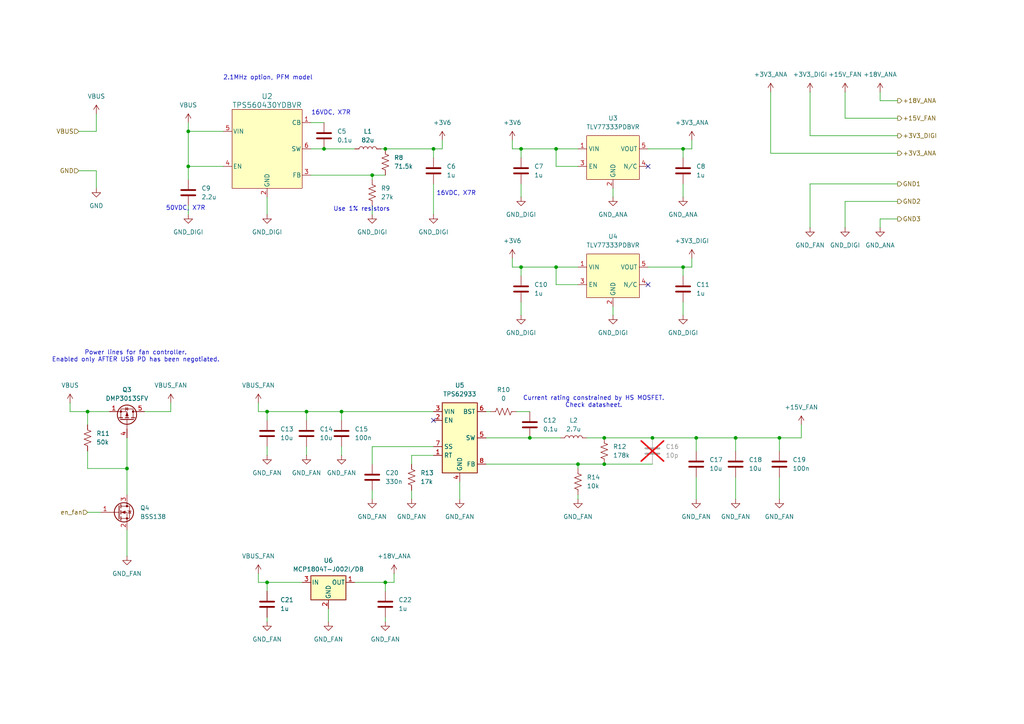
<source format=kicad_sch>
(kicad_sch (version 20231120) (generator "eeschema") (generator_version "8.0")
  (paper "A4")
  (lib_symbols
    (symbol "Device:C" (pin_numbers hide) (pin_names (offset 0.254))
      (property "Reference" "C" (at 0.635 2.54 0))
      (property "Value" "C" (at 0.635 -2.54 0))
      (symbol "C_0_1"
        (polyline (pts (xy -2.032 -0.762) (xy 2.032 -0.762)) (stroke (width 0.508)))
        (polyline (pts (xy -2.032 0.762) (xy 2.032 0.762)) (stroke (width 0.508)))
      )
      (symbol "C_1_1"
        (pin passive line (at 0 3.81 270) (length 2.794) (name "~") (number "1"))
        (pin passive line (at 0 -3.81 90) (length 2.794) (name "~") (number "2"))
      )
    )
    (symbol "Device:L" (pin_numbers hide) (pin_names (offset 1.016) hide)
      (property "Reference" "L" (at -1.27 0 90))
      (property "Value" "L" (at 1.905 0 90))
      (symbol "L_0_1"
        (arc (start 0 -2.54) (mid 0.6323 -1.905) (end 0 -1.27))
        (arc (start 0 -1.27) (mid 0.6323 -0.635) (end 0 0))
        (arc (start 0 0) (mid 0.6323 0.635) (end 0 1.27))
        (arc (start 0 1.27) (mid 0.6323 1.905) (end 0 2.54))
      )
      (symbol "L_1_1"
        (pin passive line (at 0 3.81 270) (length 1.27) (name "1") (number "1"))
        (pin passive line (at 0 -3.81 90) (length 1.27) (name "2") (number "2"))
      )
    )
    (symbol "Device:R_US" (pin_numbers hide) (pin_names (offset 0))
      (property "Reference" "R" (at 2.54 0 90))
      (property "Value" "R_US" (at -2.54 0 90))
      (symbol "R_US_0_1"
        (polyline (pts (xy 0 -2.286) (xy 0 -2.54)))
        (polyline (pts (xy 0 2.286) (xy 0 2.54)))
        (polyline (pts (xy 0 -0.762) (xy 1.016 -1.143) (xy 0 -1.524) (xy -1.016 -1.905) (xy 0 -2.286)))
        (polyline (pts (xy 0 0.762) (xy 1.016 0.381) (xy 0 0) (xy -1.016 -0.381) (xy 0 -0.762)))
        (polyline (pts (xy 0 2.286) (xy 1.016 1.905) (xy 0 1.524) (xy -1.016 1.143) (xy 0 0.762)))
      )
      (symbol "R_US_1_1"
        (pin passive line (at 0 3.81 270) (length 1.27) (name "~") (number "1"))
        (pin passive line (at 0 -3.81 90) (length 1.27) (name "~") (number "2"))
      )
    )
    (symbol "Regulator_Linear:MCP1804x-C002xDB" (pin_names (offset 0.254))
      (property "Reference" "U" (at -3.81 3.175 0))
      (property "Value" "MCP1804x-C002xDB" (at -0.635 3.175 0))
      (symbol "MCP1804x-C002xDB_0_1"
        (rectangle (start -5.08 1.905) (end 5.08 -5.08) (stroke (width 0.254)) (fill (type background)))
      )
      (symbol "MCP1804x-C002xDB_1_1"
        (pin power_out line (at 7.62 0 180) (length 2.54) (name "OUT") (number "1"))
        (pin power_in line (at 0 -7.62 90) (length 2.54) (name "GND") (number "2"))
        (pin power_in line (at -7.62 0 0) (length 2.54) (name "IN") (number "3"))
      )
    )
    (symbol "Regulator_Switching:TPS62933"
      (property "Reference" "U" (at 0 13.97 0))
      (property "Value" "TPS62933" (at 0 11.43 0))
      (symbol "TPS62933_0_1"
        (rectangle (start -5.08 10.16) (end 5.08 -10.16) (stroke (width 0.254)) (fill (type background)))
      )
      (symbol "TPS62933_1_1"
        (pin passive line (at -7.62 -5.08 0) (length 2.54) (name "RT") (number "1"))
        (pin input line (at -7.62 5.08 0) (length 2.54) (name "EN") (number "2"))
        (pin power_in line (at -7.62 7.62 0) (length 2.54) (name "VIN") (number "3"))
        (pin power_in line (at 0 -12.7 90) (length 2.54) (name "GND") (number "4"))
        (pin output line (at 7.62 0 180) (length 2.54) (name "SW") (number "5"))
        (pin passive line (at 7.62 7.62 180) (length 2.54) (name "BST") (number "6"))
        (pin passive line (at -7.62 -2.54 0) (length 2.54) (name "SS") (number "7"))
        (pin input line (at 7.62 -7.62 180) (length 2.54) (name "FB") (number "8"))
      )
    )
    (symbol "Transistor_FET:BSS138" (pin_names hide)
      (property "Reference" "Q" (at 5.08 1.905 0))
      (property "Value" "BSS138" (at 5.08 0 0))
      (symbol "BSS138_0_1"
        (polyline (pts (xy 0.254 0) (xy -2.54 0)))
        (polyline (pts (xy 0.254 1.905) (xy 0.254 -1.905)) (stroke (width 0.254)))
        (polyline (pts (xy 0.762 -1.27) (xy 0.762 -2.286)) (stroke (width 0.254)))
        (polyline (pts (xy 0.762 0.508) (xy 0.762 -0.508)) (stroke (width 0.254)))
        (polyline (pts (xy 0.762 2.286) (xy 0.762 1.27)) (stroke (width 0.254)))
        (polyline (pts (xy 2.54 2.54) (xy 2.54 1.778)))
        (polyline (pts (xy 2.54 -2.54) (xy 2.54 0) (xy 0.762 0)))
        (polyline (pts (xy 0.762 -1.778) (xy 3.302 -1.778) (xy 3.302 1.778) (xy 0.762 1.778)))
        (polyline (pts (xy 1.016 0) (xy 2.032 0.381) (xy 2.032 -0.381) (xy 1.016 0)) (fill (type outline)))
        (polyline (pts (xy 2.794 0.508) (xy 2.921 0.381) (xy 3.683 0.381) (xy 3.81 0.254)))
        (polyline (pts (xy 3.302 0.381) (xy 2.921 -0.254) (xy 3.683 -0.254) (xy 3.302 0.381)))
        (circle (center 1.651 0) (radius 2.794) (stroke (width 0.254)))
        (circle (center 2.54 -1.778) (radius 0.254) (fill (type outline)))
        (circle (center 2.54 1.778) (radius 0.254) (fill (type outline)))
      )
      (symbol "BSS138_1_1"
        (pin input line (at -5.08 0 0) (length 2.54) (name "G") (number "1"))
        (pin passive line (at 2.54 -5.08 90) (length 2.54) (name "S") (number "2"))
        (pin passive line (at 2.54 5.08 270) (length 2.54) (name "D") (number "3"))
      )
    )
    (symbol "Transistor_FET:DMP3013SFV" (pin_names hide)
      (property "Reference" "Q" (at 5.08 1.905 0))
      (property "Value" "DMP3013SFV" (at 5.08 0 0))
      (symbol "DMP3013SFV_0_1"
        (polyline (pts (xy 0.254 0) (xy -2.54 0)))
        (polyline (pts (xy 0.254 1.905) (xy 0.254 -1.905)) (stroke (width 0.254)))
        (polyline (pts (xy 0.762 -1.27) (xy 0.762 -2.286)) (stroke (width 0.254)))
        (polyline (pts (xy 0.762 0.508) (xy 0.762 -0.508)) (stroke (width 0.254)))
        (polyline (pts (xy 0.762 2.286) (xy 0.762 1.27)) (stroke (width 0.254)))
        (polyline (pts (xy 2.54 2.54) (xy 2.54 1.778)))
        (polyline (pts (xy 2.54 -2.54) (xy 2.54 0) (xy 0.762 0)))
        (polyline (pts (xy 0.762 1.778) (xy 3.302 1.778) (xy 3.302 -1.778) (xy 0.762 -1.778)))
        (polyline (pts (xy 2.286 0) (xy 1.27 0.381) (xy 1.27 -0.381) (xy 2.286 0)) (fill (type outline)))
        (polyline (pts (xy 2.794 -0.508) (xy 2.921 -0.381) (xy 3.683 -0.381) (xy 3.81 -0.254)))
        (polyline (pts (xy 3.302 -0.381) (xy 2.921 0.254) (xy 3.683 0.254) (xy 3.302 -0.381)))
        (circle (center 1.651 0) (radius 2.794) (stroke (width 0.254)))
        (circle (center 2.54 -1.778) (radius 0.254) (fill (type outline)))
        (circle (center 2.54 1.778) (radius 0.254) (fill (type outline)))
      )
      (symbol "DMP3013SFV_1_1"
        (pin passive line (at 2.54 -5.08 90) (length 2.54) (name "S") (number "1"))
        (pin passive line (at 2.54 -5.08 90) (length 2.54) hide (name "S") (number "2"))
        (pin passive line (at 2.54 -5.08 90) (length 2.54) hide (name "S") (number "3"))
        (pin passive line (at -5.08 0 0) (length 2.54) (name "G") (number "4"))
        (pin passive line (at 2.54 5.08 270) (length 2.54) (name "D") (number "5"))
      )
    )
    (symbol "power:+3V3" (power) (pin_numbers hide) (pin_names (offset 0) hide)
      (property "Value" "+3V3" (at 0 3.556 0))
      (symbol "+3V3_0_1"
        (polyline (pts (xy -0.762 1.27) (xy 0 2.54)))
        (polyline (pts (xy 0 0) (xy 0 2.54)))
        (polyline (pts (xy 0 2.54) (xy 0.762 1.27)))
      )
      (symbol "+3V3_1_1"
        (pin power_in line (at 0 0 90) (length 0) (name "~") (number "1"))
      )
    )
    (symbol "power:GND" (power) (pin_numbers hide) (pin_names (offset 0) hide)
      (property "Value" "GND" (at 0 -3.81 0))
      (symbol "GND_0_1"
        (polyline (pts (xy 0 0) (xy 0 -1.27) (xy 1.27 -1.27) (xy 0 -2.54) (xy -1.27 -1.27) (xy 0 -1.27)))
      )
      (symbol "GND_1_1"
        (pin power_in line (at 0 0 270) (length 0) (name "~") (number "1"))
      )
    )
    (symbol "power:GND2" (power) (pin_numbers hide) (pin_names (offset 0) hide)
      (property "Value" "GND2" (at 0 -3.81 0))
      (symbol "GND2_0_1"
        (polyline (pts (xy 0 0) (xy 0 -1.27) (xy 1.27 -1.27) (xy 0 -2.54) (xy -1.27 -1.27) (xy 0 -1.27)))
      )
      (symbol "GND2_1_1"
        (pin power_in line (at 0 0 270) (length 0) (name "~") (number "1"))
      )
    )
    (symbol "power:VBUS" (power) (pin_numbers hide) (pin_names (offset 0) hide)
      (property "Value" "VBUS" (at 0 3.556 0))
      (symbol "VBUS_0_1"
        (polyline (pts (xy -0.762 1.27) (xy 0 2.54)))
        (polyline (pts (xy 0 0) (xy 0 2.54)))
        (polyline (pts (xy 0 2.54) (xy 0.762 1.27)))
      )
      (symbol "VBUS_1_1"
        (pin power_in line (at 0 0 90) (length 0) (name "~") (number "1"))
      )
    )
    (symbol "proj_symbols:TLV77333PDBVR"
      (property "Reference" "U" (at 0 9.398 0))
      (property "Value" "TLV77333PDBVR" (at 0 7.62 0))
      (symbol "TLV77333PDBVR_1_1"
        (rectangle (start -7.62 6.35) (end 7.62 -6.35) (fill (type background)))
        (pin input line (at -10.16 2.54 0) (length 2.54) (name "VIN") (number "1"))
        (pin power_in line (at 0 -8.89 90) (length 2.54) (name "GND") (number "2"))
        (pin input line (at -10.16 -2.54 0) (length 2.54) (name "EN") (number "3"))
        (pin output line (at 10.16 -2.54 180) (length 2.54) (name "N/C") (number "4"))
        (pin power_out line (at 10.16 2.54 180) (length 2.54) (name "VOUT") (number "5"))
      )
    )
    (symbol "proj_symbols:TPS560430YDBVR" (pin_names (offset 0.254))
      (property "Reference" "U2" (at 0 15.24 0))
      (property "Value" "TPS560430YDBVR" (at 0 12.7 0))
      (symbol "TPS560430YDBVR_0_1"
        (pin input line (at 12.7 7.62 180) (length 2.54) (name "CB") (number "1"))
        (pin power_in line (at 0 -13.97 90) (length 2.54) (name "GND") (number "2"))
        (pin input line (at 12.7 -7.62 180) (length 2.54) (name "FB") (number "3"))
        (pin input line (at -12.7 -5.08 0) (length 2.54) (name "EN") (number "4"))
        (pin power_in line (at -12.7 5.08 0) (length 2.54) (name "VIN") (number "5"))
        (pin power_out line (at 12.7 0 180) (length 2.54) (name "SW") (number "6"))
      )
      (symbol "TPS560430YDBVR_1_1"
        (rectangle (start -10.16 11.43) (end 10.16 -11.43) (fill (type background)))
      )
    )
  )
  (junction (at 125.73 43.18))
  (junction (at 151.13 77.47))
  (junction (at 99.06 119.38))
  (junction (at 54.61 38.1))
  (junction (at 153.67 127))
  (junction (at 161.29 77.47))
  (junction (at 167.64 134.62))
  (junction (at 213.36 127))
  (junction (at 111.76 43.18))
  (junction (at 151.13 43.18))
  (junction (at 226.06 127))
  (junction (at 161.29 43.18))
  (junction (at 198.12 43.18))
  (junction (at 189.23 127))
  (junction (at 25.4 119.38))
  (junction (at 201.93 127))
  (junction (at 36.83 135.89))
  (junction (at 175.26 134.62))
  (junction (at 198.12 77.47))
  (junction (at 88.9 119.38))
  (junction (at 107.95 50.8))
  (junction (at 111.76 168.91))
  (junction (at 77.47 168.91))
  (junction (at 54.61 48.26))
  (junction (at 77.47 119.38))
  (junction (at 93.98 43.18))
  (junction (at 175.26 127))
  (no_connect (at 125.73 121.92))
  (no_connect (at 187.96 82.55))
  (no_connect (at 187.96 48.26))
  (wire (pts (xy 234.95 53.34) (xy 260.35 53.34)))
  (wire (pts (xy 107.95 142.24) (xy 107.95 144.78)))
  (wire (pts (xy 148.59 74.93) (xy 148.59 77.47)))
  (wire (pts (xy 153.67 127) (xy 162.56 127)))
  (wire (pts (xy 198.12 77.47) (xy 198.12 80.01)))
  (wire (pts (xy 200.66 74.93) (xy 200.66 77.47)))
  (wire (pts (xy 234.95 39.37) (xy 234.95 26.67)))
  (wire (pts (xy 201.93 127) (xy 213.36 127)))
  (wire (pts (xy 54.61 48.26) (xy 54.61 52.07)))
  (wire (pts (xy 198.12 87.63) (xy 198.12 91.44)))
  (wire (pts (xy 260.35 63.5) (xy 255.27 63.5)))
  (wire (pts (xy 177.8 88.9) (xy 177.8 91.44)))
  (wire (pts (xy 213.36 127) (xy 213.36 130.81)))
  (wire (pts (xy 119.38 142.24) (xy 119.38 144.78)))
  (wire (pts (xy 22.86 49.53) (xy 27.94 49.53)))
  (wire (pts (xy 110.49 43.18) (xy 111.76 43.18)))
  (wire (pts (xy 140.97 127) (xy 153.67 127)))
  (wire (pts (xy 151.13 53.34) (xy 151.13 57.15)))
  (wire (pts (xy 255.27 63.5) (xy 255.27 66.04)))
  (wire (pts (xy 223.52 44.45) (xy 260.35 44.45)))
  (wire (pts (xy 27.94 33.02) (xy 27.94 38.1)))
  (wire (pts (xy 102.87 168.91) (xy 111.76 168.91)))
  (wire (pts (xy 77.47 119.38) (xy 77.47 121.92)))
  (wire (pts (xy 25.4 119.38) (xy 31.75 119.38)))
  (wire (pts (xy 77.47 129.54) (xy 77.47 132.08)))
  (wire (pts (xy 125.73 43.18) (xy 125.73 45.72)))
  (wire (pts (xy 226.06 127) (xy 226.06 130.81)))
  (wire (pts (xy 74.93 166.37) (xy 74.93 168.91)))
  (wire (pts (xy 88.9 129.54) (xy 88.9 132.08)))
  (wire (pts (xy 54.61 59.69) (xy 54.61 62.23)))
  (wire (pts (xy 25.4 119.38) (xy 25.4 123.19)))
  (wire (pts (xy 107.95 59.69) (xy 107.95 62.23)))
  (wire (pts (xy 111.76 179.07) (xy 111.76 180.34)))
  (wire (pts (xy 95.25 176.53) (xy 95.25 180.34)))
  (wire (pts (xy 36.83 135.89) (xy 36.83 143.51)))
  (wire (pts (xy 245.11 58.42) (xy 245.11 66.04)))
  (wire (pts (xy 161.29 77.47) (xy 167.64 77.47)))
  (wire (pts (xy 111.76 168.91) (xy 111.76 171.45)))
  (wire (pts (xy 245.11 34.29) (xy 260.35 34.29)))
  (wire (pts (xy 99.06 119.38) (xy 125.73 119.38)))
  (wire (pts (xy 49.53 116.84) (xy 49.53 119.38)))
  (wire (pts (xy 77.47 119.38) (xy 88.9 119.38)))
  (wire (pts (xy 151.13 43.18) (xy 161.29 43.18)))
  (wire (pts (xy 161.29 77.47) (xy 161.29 82.55)))
  (wire (pts (xy 125.73 129.54) (xy 107.95 129.54)))
  (wire (pts (xy 54.61 38.1) (xy 54.61 48.26)))
  (wire (pts (xy 99.06 129.54) (xy 99.06 132.08)))
  (wire (pts (xy 167.64 134.62) (xy 175.26 134.62)))
  (wire (pts (xy 151.13 45.72) (xy 151.13 43.18)))
  (wire (pts (xy 107.95 50.8) (xy 111.76 50.8)))
  (wire (pts (xy 74.93 168.91) (xy 77.47 168.91)))
  (wire (pts (xy 114.3 166.37) (xy 114.3 168.91)))
  (wire (pts (xy 90.17 35.56) (xy 93.98 35.56)))
  (wire (pts (xy 149.86 119.38) (xy 153.67 119.38)))
  (wire (pts (xy 107.95 50.8) (xy 107.95 52.07)))
  (wire (pts (xy 111.76 43.18) (xy 125.73 43.18)))
  (wire (pts (xy 151.13 87.63) (xy 151.13 91.44)))
  (wire (pts (xy 77.47 57.15) (xy 77.47 62.23)))
  (wire (pts (xy 99.06 119.38) (xy 99.06 121.92)))
  (wire (pts (xy 119.38 132.08) (xy 119.38 134.62)))
  (wire (pts (xy 167.64 143.51) (xy 167.64 144.78)))
  (wire (pts (xy 20.32 119.38) (xy 25.4 119.38)))
  (wire (pts (xy 255.27 26.67) (xy 255.27 29.21)))
  (wire (pts (xy 148.59 40.64) (xy 148.59 43.18)))
  (wire (pts (xy 88.9 119.38) (xy 99.06 119.38)))
  (wire (pts (xy 36.83 127) (xy 36.83 135.89)))
  (wire (pts (xy 226.06 138.43) (xy 226.06 144.78)))
  (wire (pts (xy 88.9 119.38) (xy 88.9 121.92)))
  (wire (pts (xy 213.36 127) (xy 226.06 127)))
  (wire (pts (xy 260.35 39.37) (xy 234.95 39.37)))
  (wire (pts (xy 140.97 119.38) (xy 142.24 119.38)))
  (wire (pts (xy 128.27 40.64) (xy 128.27 43.18)))
  (wire (pts (xy 167.64 82.55) (xy 161.29 82.55)))
  (wire (pts (xy 200.66 77.47) (xy 198.12 77.47)))
  (wire (pts (xy 93.98 43.18) (xy 102.87 43.18)))
  (wire (pts (xy 22.86 38.1) (xy 27.94 38.1)))
  (wire (pts (xy 255.27 29.21) (xy 260.35 29.21)))
  (wire (pts (xy 167.64 48.26) (xy 161.29 48.26)))
  (wire (pts (xy 114.3 168.91) (xy 111.76 168.91)))
  (wire (pts (xy 151.13 77.47) (xy 161.29 77.47)))
  (wire (pts (xy 74.93 116.84) (xy 74.93 119.38)))
  (wire (pts (xy 187.96 77.47) (xy 198.12 77.47)))
  (wire (pts (xy 64.77 48.26) (xy 54.61 48.26)))
  (wire (pts (xy 36.83 153.67) (xy 36.83 161.29)))
  (wire (pts (xy 74.93 119.38) (xy 77.47 119.38)))
  (wire (pts (xy 167.64 134.62) (xy 167.64 135.89)))
  (wire (pts (xy 189.23 127) (xy 201.93 127)))
  (wire (pts (xy 125.73 43.18) (xy 128.27 43.18)))
  (wire (pts (xy 161.29 43.18) (xy 167.64 43.18)))
  (wire (pts (xy 90.17 43.18) (xy 93.98 43.18)))
  (wire (pts (xy 223.52 26.67) (xy 223.52 44.45)))
  (wire (pts (xy 260.35 58.42) (xy 245.11 58.42)))
  (wire (pts (xy 234.95 53.34) (xy 234.95 66.04)))
  (wire (pts (xy 213.36 138.43) (xy 213.36 144.78)))
  (wire (pts (xy 198.12 53.34) (xy 198.12 57.15)))
  (wire (pts (xy 20.32 116.84) (xy 20.32 119.38)))
  (wire (pts (xy 200.66 40.64) (xy 200.66 43.18)))
  (wire (pts (xy 87.63 168.91) (xy 77.47 168.91)))
  (wire (pts (xy 77.47 179.07) (xy 77.47 180.34)))
  (wire (pts (xy 54.61 35.56) (xy 54.61 38.1)))
  (wire (pts (xy 25.4 135.89) (xy 36.83 135.89)))
  (wire (pts (xy 25.4 148.59) (xy 29.21 148.59)))
  (wire (pts (xy 90.17 50.8) (xy 107.95 50.8)))
  (wire (pts (xy 148.59 77.47) (xy 151.13 77.47)))
  (wire (pts (xy 107.95 129.54) (xy 107.95 134.62)))
  (wire (pts (xy 175.26 134.62) (xy 189.23 134.62)))
  (wire (pts (xy 232.41 123.19) (xy 232.41 127)))
  (wire (pts (xy 201.93 138.43) (xy 201.93 144.78)))
  (wire (pts (xy 245.11 26.67) (xy 245.11 34.29)))
  (wire (pts (xy 161.29 43.18) (xy 161.29 48.26)))
  (wire (pts (xy 175.26 127) (xy 189.23 127)))
  (wire (pts (xy 187.96 43.18) (xy 198.12 43.18)))
  (wire (pts (xy 125.73 132.08) (xy 119.38 132.08)))
  (wire (pts (xy 201.93 127) (xy 201.93 130.81)))
  (wire (pts (xy 226.06 127) (xy 232.41 127)))
  (wire (pts (xy 148.59 43.18) (xy 151.13 43.18)))
  (wire (pts (xy 140.97 134.62) (xy 167.64 134.62)))
  (wire (pts (xy 198.12 43.18) (xy 198.12 45.72)))
  (wire (pts (xy 170.18 127) (xy 175.26 127)))
  (wire (pts (xy 77.47 168.91) (xy 77.47 171.45)))
  (wire (pts (xy 41.91 119.38) (xy 49.53 119.38)))
  (wire (pts (xy 133.35 139.7) (xy 133.35 144.78)))
  (wire (pts (xy 27.94 49.53) (xy 27.94 54.61)))
  (wire (pts (xy 151.13 77.47) (xy 151.13 80.01)))
  (wire (pts (xy 177.8 54.61) (xy 177.8 57.15)))
  (wire (pts (xy 125.73 53.34) (xy 125.73 62.23)))
  (wire (pts (xy 25.4 130.81) (xy 25.4 135.89)))
  (wire (pts (xy 54.61 38.1) (xy 64.77 38.1)))
  (wire (pts (xy 200.66 43.18) (xy 198.12 43.18)))
  (text "50VDC, X7R" (at 53.848 60.452 0) (effects (font (size 1.27 1.27))))
  (text "Use 1% resistors" (at 104.902 60.706 0) (effects (font (size 1.27 1.27))))
  (text "16VDC, X7R" (at 132.334 56.134 0) (effects (font (size 1.27 1.27))))
  (text "2.1MHz option, PFM model" (at 77.724 22.606 0) (effects (font (size 1.27 1.27))))
  (text "16VDC, X7R" (at 96.012 32.766 0) (effects (font (size 1.27 1.27))))
  (text "Current rating constrained by HS MOSFET.\nCheck datasheet." (at 172.212 116.586 0) (effects (font (size 1.27 1.27))))
  (text "Power lines for fan controller.\nEnabled only AFTER USB PD has been negotiated." (at 39.37 103.378 0) (effects (font (size 1.27 1.27))))
  (hierarchical_label "GND2" (shape output) (at 260.35 58.42 0))
  (hierarchical_label "+3V3_ANA" (shape output) (at 260.35 44.45 0))
  (hierarchical_label "+3V3_DIGI" (shape output) (at 260.35 39.37 0))
  (hierarchical_label "+15V_FAN" (shape output) (at 260.35 34.29 0))
  (hierarchical_label "GND" (shape input) (at 22.86 49.53 180))
  (hierarchical_label "+18V_ANA" (shape output) (at 260.35 29.21 0))
  (hierarchical_label "VBUS" (shape input) (at 22.86 38.1 180))
  (hierarchical_label "GND1" (shape output) (at 260.35 53.34 0))
  (hierarchical_label "en_fan" (shape input) (at 25.4 148.59 180))
  (hierarchical_label "GND3" (shape output) (at 260.35 63.5 0))
  (symbol (lib_id "proj_symbols:TLV77333PDBVR") (at 177.8 80.01 0) (unit 1)
    (property "Reference" "U4" (at 177.8 68.58 0))
    (property "Value" "TLV77333PDBVR" (at 177.8 71.12 0))
    (property "Footprint" "Package_TO_SOT_SMD:SOT-23-5_HandSoldering" (effects (hide yes)))
  )
  (symbol (lib_id "power:GND2") (at 151.13 57.15 0) (unit 1)
    (property "Reference" "#PWR047" (effects (hide yes)))
    (property "Value" "GND_DIGI" (at 151.13 62.23 0))
    (property "Description" "Power symbol creates a global label with name \"GND2\" , ground" (effects (hide yes)))
  )
  (symbol (lib_id "Device:R_US") (at 167.64 139.7 0) (unit 1)
    (property "Reference" "R14" (at 170.18 138.4299 0) (effects (justify left)))
    (property "Value" "10k" (at 170.18 140.9699 0) (effects (justify left)))
    (property "Footprint" "Resistor_SMD:R_0603_1608Metric_Pad0.98x0.95mm_HandSolder" (effects (hide yes)))
    (property "Description" "Resistor, US symbol" (effects (hide yes)))
  )
  (symbol (lib_id "power:+3V3") (at 148.59 74.93 0) (unit 1)
    (property "Reference" "#PWR057" (effects (hide yes)))
    (property "Value" "+3V6" (at 148.59 69.85 0))
    (property "Description" "Power symbol creates a global label with name \"+3V3\"" (effects (hide yes)))
  )
  (symbol (lib_id "Device:C") (at 189.23 130.81 180) (unit 1) (dnp yes)
    (property "Reference" "C16" (at 193.04 129.5399 0) (effects (justify right)))
    (property "Value" "10p" (at 193.04 132.0799 0) (effects (justify right)))
    (property "Footprint" "Capacitor_SMD:C_0603_1608Metric_Pad1.08x0.95mm_HandSolder" (effects (hide yes)))
    (property "Description" "Unpolarized capacitor" (effects (hide yes)))
  )
  (symbol (lib_id "Device:C") (at 151.13 83.82 180) (unit 1)
    (property "Reference" "C10" (at 154.94 82.5499 0) (effects (justify right)))
    (property "Value" "1u" (at 154.94 85.0899 0) (effects (justify right)))
    (property "Footprint" "Capacitor_SMD:C_0603_1608Metric_Pad1.08x0.95mm_HandSolder" (effects (hide yes)))
    (property "Description" "Unpolarized capacitor" (effects (hide yes)))
  )
  (symbol (lib_id "power:GND2") (at 198.12 57.15 0) (unit 1)
    (property "Reference" "#PWR049" (effects (hide yes)))
    (property "Value" "GND_ANA" (at 198.12 62.23 0))
    (property "Description" "Power symbol creates a global label with name \"GND2\" , ground" (effects (hide yes)))
  )
  (symbol (lib_id "power:VBUS") (at 245.11 26.67 0) (unit 1)
    (property "Reference" "#PWR039" (effects (hide yes)))
    (property "Value" "+15V_FAN" (at 245.11 21.59 0))
    (property "Description" "Power symbol creates a global label with name \"VBUS\"" (effects (hide yes)))
  )
  (symbol (lib_id "Transistor_FET:DMP3013SFV") (at 36.83 121.92 270) (mirror x) (unit 1)
    (property "Reference" "Q3" (at 36.83 113.03 90))
    (property "Value" "DMP3013SFV" (at 36.83 115.57 90))
    (property "Footprint" "Package_SON:Diodes_PowerDI3333-8" (effects (hide yes)))
    (property "Datasheet" "https://www.diodes.com/assets/Datasheets/DMP3013SFV.pdf" (effects (hide yes)))
    (property "Description" "-12A Id, -30V Vds, P-Channel Power MOSFET, 9.5mOhm Ron, 33.7nC Qg (typ), PowerDI3333-8" (effects (hide yes)))
  )
  (symbol (lib_id "power:VBUS") (at 20.32 116.84 0) (unit 1)
    (property "Reference" "#PWR062" (effects (hide yes)))
    (property "Value" "VBUS" (at 20.32 111.76 0))
    (property "Description" "Power symbol creates a global label with name \"VBUS\"" (effects (hide yes)))
  )
  (symbol (lib_id "power:GND2") (at 107.95 62.23 0) (unit 1)
    (property "Reference" "#PWR052" (effects (hide yes)))
    (property "Value" "GND_DIGI" (at 107.95 67.31 0))
    (property "Description" "Power symbol creates a global label with name \"GND2\" , ground" (effects (hide yes)))
  )
  (symbol (lib_id "power:+3V3") (at 148.59 40.64 0) (unit 1)
    (property "Reference" "#PWR044" (effects (hide yes)))
    (property "Value" "+3V6" (at 148.59 35.56 0))
    (property "Description" "Power symbol creates a global label with name \"+3V3\"" (effects (hide yes)))
  )
  (symbol (lib_id "power:VBUS") (at 234.95 26.67 0) (unit 1)
    (property "Reference" "#PWR038" (effects (hide yes)))
    (property "Value" "+3V3_DIGI" (at 234.95 21.59 0))
    (property "Description" "Power symbol creates a global label with name \"VBUS\"" (effects (hide yes)))
  )
  (symbol (lib_id "power:GND2") (at 111.76 180.34 0) (unit 1)
    (property "Reference" "#PWR081" (effects (hide yes)))
    (property "Value" "GND_FAN" (at 111.76 185.42 0))
    (property "Description" "Power symbol creates a global label with name \"GND2\" , ground" (effects (hide yes)))
  )
  (symbol (lib_id "power:VBUS") (at 200.66 74.93 0) (unit 1)
    (property "Reference" "#PWR058" (effects (hide yes)))
    (property "Value" "+3V3_DIGI" (at 200.66 69.85 0))
    (property "Description" "Power symbol creates a global label with name \"VBUS\"" (effects (hide yes)))
  )
  (symbol (lib_id "power:VBUS") (at 200.66 40.64 0) (unit 1)
    (property "Reference" "#PWR045" (effects (hide yes)))
    (property "Value" "+3V3_ANA" (at 200.66 35.56 0))
    (property "Description" "Power symbol creates a global label with name \"VBUS\"" (effects (hide yes)))
  )
  (symbol (lib_id "Device:L") (at 106.68 43.18 90) (unit 1)
    (property "Reference" "L1" (at 106.68 38.1 90))
    (property "Value" "82u" (at 106.68 40.64 90))
    (property "Footprint" "proj_footprints:EATON_DR125" (effects (hide yes)))
    (property "Description" "INDUCTOR: DR125-820-R" (effects (hide yes)))
  )
  (symbol (lib_id "power:GND2") (at 177.8 57.15 0) (unit 1)
    (property "Reference" "#PWR048" (effects (hide yes)))
    (property "Value" "GND_ANA" (at 177.8 62.23 0))
    (property "Description" "Power symbol creates a global label with name \"GND2\" , ground" (effects (hide yes)))
  )
  (symbol (lib_id "power:GND2") (at 77.47 180.34 0) (unit 1)
    (property "Reference" "#PWR079" (effects (hide yes)))
    (property "Value" "GND_FAN" (at 77.47 185.42 0))
    (property "Description" "Power symbol creates a global label with name \"GND2\" , ground" (effects (hide yes)))
  )
  (symbol (lib_id "power:GND") (at 27.94 54.61 0) (unit 1)
    (property "Reference" "#PWR046" (effects (hide yes)))
    (property "Value" "GND" (at 27.94 59.69 0))
    (property "Description" "Power symbol creates a global label with name \"GND\" , ground" (effects (hide yes)))
  )
  (symbol (lib_id "Device:C") (at 151.13 49.53 180) (unit 1)
    (property "Reference" "C7" (at 154.94 48.2599 0) (effects (justify right)))
    (property "Value" "1u" (at 154.94 50.7999 0) (effects (justify right)))
    (property "Footprint" "Capacitor_SMD:C_0603_1608Metric_Pad1.08x0.95mm_HandSolder" (effects (hide yes)))
    (property "Description" "Unpolarized capacitor" (effects (hide yes)))
  )
  (symbol (lib_id "Device:C") (at 54.61 55.88 180) (unit 1)
    (property "Reference" "C9" (at 58.42 54.6099 0) (effects (justify right)))
    (property "Value" "2.2u" (at 58.42 57.1499 0) (effects (justify right)))
    (property "Footprint" "Capacitor_SMD:C_0603_1608Metric_Pad1.08x0.95mm_HandSolder" (effects (hide yes)))
    (property "Description" "Unpolarized capacitor" (effects (hide yes)))
  )
  (symbol (lib_id "proj_symbols:TPS560430YDBVR") (at 77.47 43.18 0) (unit 1)
    (property "Reference" "U2" (at 77.47 27.94 0) (effects (font (size 1.524 1.524))))
    (property "Value" "TPS560430YDBVR" (at 77.47 30.48 0) (effects (font (size 1.524 1.524))))
    (property "Footprint" "Package_TO_SOT_SMD:SOT-23-6_Handsoldering" (effects (hide yes)))
    (property "Datasheet" "TPS560430YDBVR" (effects (hide yes)))
  )
  (symbol (lib_id "power:VBUS") (at 49.53 116.84 0) (unit 1)
    (property "Reference" "#PWR063" (effects (hide yes)))
    (property "Value" "VBUS_FAN" (at 49.53 111.76 0))
    (property "Description" "Power symbol creates a global label with name \"VBUS\"" (effects (hide yes)))
  )
  (symbol (lib_id "Device:R_US") (at 175.26 130.81 0) (unit 1)
    (property "Reference" "R12" (at 177.8 129.5399 0) (effects (justify left)))
    (property "Value" "178k" (at 177.8 132.0799 0) (effects (justify left)))
    (property "Footprint" "Resistor_SMD:R_0603_1608Metric_Pad0.98x0.95mm_HandSolder" (effects (hide yes)))
    (property "Description" "Resistor, US symbol" (effects (hide yes)))
  )
  (symbol (lib_id "Device:C") (at 125.73 49.53 180) (unit 1)
    (property "Reference" "C6" (at 129.54 48.2599 0) (effects (justify right)))
    (property "Value" "1u" (at 129.54 50.7999 0) (effects (justify right)))
    (property "Footprint" "Capacitor_SMD:C_0603_1608Metric_Pad1.08x0.95mm_HandSolder" (effects (hide yes)))
    (property "Description" "Unpolarized capacitor" (effects (hide yes)))
  )
  (symbol (lib_id "Regulator_Linear:MCP1804x-C002xDB") (at 95.25 168.91 0) (unit 1)
    (property "Reference" "U6" (at 95.25 162.56 0))
    (property "Value" "MCP1804T-J002I/DB" (at 95.25 165.1 0))
    (property "Footprint" "Package_TO_SOT_SMD:SOT-223-3_TabPin2" (effects (hide yes)))
    (property "Datasheet" "http://ww1.microchip.com/downloads/en/DeviceDoc/20002200D.pdf" (effects (hide yes)))
    (property "Description" "150mA, 28V LDO Regulator With Shutdown, 12.0V Fixed Output, SOT-223" (effects (hide yes)))
  )
  (symbol (lib_id "power:VBUS") (at 74.93 166.37 0) (unit 1)
    (property "Reference" "#PWR077" (effects (hide yes)))
    (property "Value" "VBUS_FAN" (at 74.93 161.29 0))
    (property "Description" "Power symbol creates a global label with name \"VBUS\"" (effects (hide yes)))
  )
  (symbol (lib_id "Device:R_US") (at 146.05 119.38 90) (unit 1)
    (property "Reference" "R10" (at 146.05 113.03 90))
    (property "Value" "0" (at 146.05 115.57 90))
    (property "Footprint" "Resistor_SMD:R_0603_1608Metric_Pad0.98x0.95mm_HandSolder" (effects (hide yes)))
    (property "Description" "Resistor, US symbol" (effects (hide yes)))
  )
  (symbol (lib_id "Device:C") (at 226.06 134.62 180) (unit 1)
    (property "Reference" "C19" (at 229.87 133.3499 0) (effects (justify right)))
    (property "Value" "100n" (at 229.87 135.8899 0) (effects (justify right)))
    (property "Footprint" "Capacitor_SMD:C_0603_1608Metric_Pad1.08x0.95mm_HandSolder" (effects (hide yes)))
    (property "Description" "Unpolarized capacitor" (effects (hide yes)))
  )
  (symbol (lib_id "power:GND2") (at 213.36 144.78 0) (unit 1)
    (property "Reference" "#PWR074" (effects (hide yes)))
    (property "Value" "GND_FAN" (at 213.36 149.86 0))
    (property "Description" "Power symbol creates a global label with name \"GND2\" , ground" (effects (hide yes)))
  )
  (symbol (lib_id "power:VBUS") (at 223.52 26.67 0) (unit 1)
    (property "Reference" "#PWR037" (effects (hide yes)))
    (property "Value" "+3V3_ANA" (at 223.52 21.59 0))
    (property "Description" "Power symbol creates a global label with name \"VBUS\"" (effects (hide yes)))
  )
  (symbol (lib_id "Device:C") (at 153.67 123.19 180) (unit 1)
    (property "Reference" "C12" (at 157.48 121.9199 0) (effects (justify right)))
    (property "Value" "0.1u" (at 157.48 124.4599 0) (effects (justify right)))
    (property "Footprint" "Capacitor_SMD:C_0603_1608Metric_Pad1.08x0.95mm_HandSolder" (effects (hide yes)))
    (property "Description" "Unpolarized capacitor" (effects (hide yes)))
  )
  (symbol (lib_id "power:VBUS") (at 54.61 35.56 0) (unit 1)
    (property "Reference" "#PWR042" (effects (hide yes)))
    (property "Value" "VBUS" (at 54.61 30.48 0))
    (property "Description" "Power symbol creates a global label with name \"VBUS\"" (effects (hide yes)))
  )
  (symbol (lib_id "power:GND2") (at 54.61 62.23 0) (unit 1)
    (property "Reference" "#PWR050" (effects (hide yes)))
    (property "Value" "GND_DIGI" (at 54.61 67.31 0))
    (property "Description" "Power symbol creates a global label with name \"GND2\" , ground" (effects (hide yes)))
  )
  (symbol (lib_id "Device:C") (at 77.47 175.26 180) (unit 1)
    (property "Reference" "C21" (at 81.28 173.9899 0) (effects (justify right)))
    (property "Value" "1u" (at 81.28 176.5299 0) (effects (justify right)))
    (property "Footprint" "Capacitor_SMD:C_0603_1608Metric_Pad1.08x0.95mm_HandSolder" (effects (hide yes)))
    (property "Description" "Unpolarized capacitor" (effects (hide yes)))
  )
  (symbol (lib_id "power:GND2") (at 226.06 144.78 0) (unit 1)
    (property "Reference" "#PWR075" (effects (hide yes)))
    (property "Value" "GND_FAN" (at 226.06 149.86 0))
    (property "Description" "Power symbol creates a global label with name \"GND2\" , ground" (effects (hide yes)))
  )
  (symbol (lib_id "power:GND2") (at 107.95 144.78 0) (unit 1)
    (property "Reference" "#PWR069" (effects (hide yes)))
    (property "Value" "GND_FAN" (at 107.95 149.86 0))
    (property "Description" "Power symbol creates a global label with name \"GND2\" , ground" (effects (hide yes)))
  )
  (symbol (lib_id "power:VBUS") (at 74.93 116.84 0) (unit 1)
    (property "Reference" "#PWR064" (effects (hide yes)))
    (property "Value" "VBUS_FAN" (at 74.93 111.76 0))
    (property "Description" "Power symbol creates a global label with name \"VBUS\"" (effects (hide yes)))
  )
  (symbol (lib_id "Device:C") (at 111.76 175.26 180) (unit 1)
    (property "Reference" "C22" (at 115.57 173.9899 0) (effects (justify right)))
    (property "Value" "1u" (at 115.57 176.5299 0) (effects (justify right)))
    (property "Footprint" "Capacitor_SMD:C_0603_1608Metric_Pad1.08x0.95mm_HandSolder" (effects (hide yes)))
    (property "Description" "Unpolarized capacitor" (effects (hide yes)))
  )
  (symbol (lib_id "Device:C") (at 88.9 125.73 180) (unit 1)
    (property "Reference" "C14" (at 92.71 124.4599 0) (effects (justify right)))
    (property "Value" "10u" (at 92.71 126.9999 0) (effects (justify right)))
    (property "Footprint" "Capacitor_SMD:C_1206_3216Metric_Pad1.33x1.80mm_HandSolder" (effects (hide yes)))
    (property "Description" "Unpolarized capacitor" (effects (hide yes)))
  )
  (symbol (lib_id "Regulator_Switching:TPS62933") (at 133.35 127 0) (unit 1)
    (property "Reference" "U5" (at 133.35 111.76 0))
    (property "Value" "TPS62933" (at 133.35 114.3 0))
    (property "Footprint" "Package_TO_SOT_SMD:SOT-583-8" (effects (hide yes)))
    (property "Datasheet" "https://www.ti.com/lit/ds/symlink/tps62933.pdf" (effects (hide yes)))
    (property "Description" "3.8-30V, 3A Synchronous Buck Converters with pulse frequency modulation (PFM), SOT583-8" (effects (hide yes)))
  )
  (symbol (lib_id "power:VBUS") (at 232.41 123.19 0) (unit 1)
    (property "Reference" "#PWR065" (effects (hide yes)))
    (property "Value" "+15V_FAN" (at 232.41 118.11 0))
    (property "Description" "Power symbol creates a global label with name \"VBUS\"" (effects (hide yes)))
  )
  (symbol (lib_id "Device:C") (at 198.12 83.82 180) (unit 1)
    (property "Reference" "C11" (at 201.93 82.5499 0) (effects (justify right)))
    (property "Value" "1u" (at 201.93 85.0899 0) (effects (justify right)))
    (property "Footprint" "Capacitor_SMD:C_0603_1608Metric_Pad1.08x0.95mm_HandSolder" (effects (hide yes)))
    (property "Description" "Unpolarized capacitor" (effects (hide yes)))
  )
  (symbol (lib_id "Device:C") (at 93.98 39.37 180) (unit 1)
    (property "Reference" "C5" (at 97.79 38.0999 0) (effects (justify right)))
    (property "Value" "0.1u" (at 97.79 40.6399 0) (effects (justify right)))
    (property "Footprint" "Capacitor_SMD:C_0603_1608Metric_Pad1.08x0.95mm_HandSolder" (effects (hide yes)))
    (property "Description" "Unpolarized capacitor" (effects (hide yes)))
  )
  (symbol (lib_id "Device:C") (at 107.95 138.43 180) (unit 1)
    (property "Reference" "C20" (at 111.76 137.1599 0) (effects (justify right)))
    (property "Value" "330n" (at 111.76 139.6999 0) (effects (justify right)))
    (property "Footprint" "Capacitor_SMD:C_0603_1608Metric_Pad1.08x0.95mm_HandSolder" (effects (hide yes)))
    (property "Description" "Unpolarized capacitor" (effects (hide yes)))
  )
  (symbol (lib_id "Device:C") (at 77.47 125.73 180) (unit 1)
    (property "Reference" "C13" (at 81.28 124.4599 0) (effects (justify right)))
    (property "Value" "10u" (at 81.28 126.9999 0) (effects (justify right)))
    (property "Footprint" "Capacitor_SMD:C_1206_3216Metric_Pad1.33x1.80mm_HandSolder" (effects (hide yes)))
    (property "Description" "Unpolarized capacitor" (effects (hide yes)))
  )
  (symbol (lib_id "power:VBUS") (at 114.3 166.37 0) (unit 1)
    (property "Reference" "#PWR078" (effects (hide yes)))
    (property "Value" "+18V_ANA" (at 114.3 161.29 0))
    (property "Description" "Power symbol creates a global label with name \"VBUS\"" (effects (hide yes)))
  )
  (symbol (lib_id "power:GND2") (at 201.93 144.78 0) (unit 1)
    (property "Reference" "#PWR073" (effects (hide yes)))
    (property "Value" "GND_FAN" (at 201.93 149.86 0))
    (property "Description" "Power symbol creates a global label with name \"GND2\" , ground" (effects (hide yes)))
  )
  (symbol (lib_id "power:GND2") (at 245.11 66.04 0) (unit 1)
    (property "Reference" "#PWR055" (effects (hide yes)))
    (property "Value" "GND_DIGI" (at 245.11 71.12 0))
    (property "Description" "Power symbol creates a global label with name \"GND2\" , ground" (effects (hide yes)))
  )
  (symbol (lib_id "Device:R_US") (at 25.4 127 0) (unit 1)
    (property "Reference" "R11" (at 27.94 125.7299 0) (effects (justify left)))
    (property "Value" "50k" (at 27.94 128.2699 0) (effects (justify left)))
    (property "Footprint" "Resistor_SMD:R_0603_1608Metric_Pad0.98x0.95mm_HandSolder" (effects (hide yes)))
    (property "Description" "Resistor, US symbol" (effects (hide yes)))
  )
  (symbol (lib_id "power:VBUS") (at 27.94 33.02 0) (unit 1)
    (property "Reference" "#PWR041" (effects (hide yes)))
    (property "Value" "VBUS" (at 27.94 27.94 0))
    (property "Description" "Power symbol creates a global label with name \"VBUS\"" (effects (hide yes)))
  )
  (symbol (lib_id "power:+3V3") (at 128.27 40.64 0) (unit 1)
    (property "Reference" "#PWR043" (effects (hide yes)))
    (property "Value" "+3V6" (at 128.27 35.56 0))
    (property "Description" "Power symbol creates a global label with name \"+3V3\"" (effects (hide yes)))
  )
  (symbol (lib_id "Device:C") (at 213.36 134.62 180) (unit 1)
    (property "Reference" "C18" (at 217.17 133.3499 0) (effects (justify right)))
    (property "Value" "10u" (at 217.17 135.8899 0) (effects (justify right)))
    (property "Footprint" "Capacitor_SMD:C_1206_3216Metric_Pad1.33x1.80mm_HandSolder" (effects (hide yes)))
    (property "Description" "Unpolarized capacitor" (effects (hide yes)))
  )
  (symbol (lib_id "power:GND2") (at 99.06 132.08 0) (unit 1)
    (property "Reference" "#PWR068" (effects (hide yes)))
    (property "Value" "GND_FAN" (at 99.06 137.16 0))
    (property "Description" "Power symbol creates a global label with name \"GND2\" , ground" (effects (hide yes)))
  )
  (symbol (lib_id "Device:C") (at 99.06 125.73 180) (unit 1)
    (property "Reference" "C15" (at 102.87 124.4599 0) (effects (justify right)))
    (property "Value" "100n" (at 102.87 126.9999 0) (effects (justify right)))
    (property "Footprint" "Capacitor_SMD:C_0603_1608Metric_Pad1.08x0.95mm_HandSolder" (effects (hide yes)))
    (property "Description" "Unpolarized capacitor" (effects (hide yes)))
  )
  (symbol (lib_id "power:GND2") (at 88.9 132.08 0) (unit 1)
    (property "Reference" "#PWR067" (effects (hide yes)))
    (property "Value" "GND_FAN" (at 88.9 137.16 0))
    (property "Description" "Power symbol creates a global label with name \"GND2\" , ground" (effects (hide yes)))
  )
  (symbol (lib_id "power:GND2") (at 77.47 132.08 0) (unit 1)
    (property "Reference" "#PWR066" (effects (hide yes)))
    (property "Value" "GND_FAN" (at 77.47 137.16 0))
    (property "Description" "Power symbol creates a global label with name \"GND2\" , ground" (effects (hide yes)))
  )
  (symbol (lib_id "Device:L") (at 166.37 127 90) (unit 1)
    (property "Reference" "L2" (at 166.37 121.92 90))
    (property "Value" "2.7u" (at 166.37 124.46 90))
    (property "Footprint" "proj_footprints:WURTH_WE-PD2" (effects (hide yes)))
    (property "Description" "INDUCTOR: 744774027" (effects (hide yes)))
  )
  (symbol (lib_id "power:GND2") (at 125.73 62.23 0) (unit 1)
    (property "Reference" "#PWR053" (effects (hide yes)))
    (property "Value" "GND_DIGI" (at 125.73 67.31 0))
    (property "Description" "Power symbol creates a global label with name \"GND2\" , ground" (effects (hide yes)))
  )
  (symbol (lib_id "power:GND2") (at 119.38 144.78 0) (unit 1)
    (property "Reference" "#PWR070" (effects (hide yes)))
    (property "Value" "GND_FAN" (at 119.38 149.86 0))
    (property "Description" "Power symbol creates a global label with name \"GND2\" , ground" (effects (hide yes)))
  )
  (symbol (lib_id "Transistor_FET:BSS138") (at 34.29 148.59 0) (unit 1)
    (property "Reference" "Q4" (at 40.64 147.3199 0) (effects (justify left)))
    (property "Value" "BSS138" (at 40.64 149.8599 0) (effects (justify left)))
    (property "Footprint" "Package_TO_SOT_SMD:SOT-23-3" (effects (hide yes)))
    (property "Datasheet" "https://www.onsemi.com/pub/Collateral/BSS138-D.PDF" (effects (hide yes)))
    (property "Description" "50V Vds, 0.22A Id, N-Channel MOSFET, SOT-23" (effects (hide yes)))
  )
  (symbol (lib_id "power:GND2") (at 255.27 66.04 0) (unit 1)
    (property "Reference" "#PWR056" (effects (hide yes)))
    (property "Value" "GND_ANA" (at 255.27 71.12 0))
    (property "Description" "Power symbol creates a global label with name \"GND2\" , ground" (effects (hide yes)))
  )
  (symbol (lib_id "Device:R_US") (at 111.76 46.99 0) (unit 1)
    (property "Reference" "R8" (at 114.3 45.7199 0) (effects (justify left)))
    (property "Value" "71.5k" (at 114.3 48.2599 0) (effects (justify left)))
    (property "Footprint" "Resistor_SMD:R_0603_1608Metric_Pad0.98x0.95mm_HandSolder" (effects (hide yes)))
    (property "Description" "Resistor, US symbol" (effects (hide yes)))
  )
  (symbol (lib_id "power:VBUS") (at 255.27 26.67 0) (unit 1)
    (property "Reference" "#PWR040" (effects (hide yes)))
    (property "Value" "+18V_ANA" (at 255.27 21.59 0))
    (property "Description" "Power symbol creates a global label with name \"VBUS\"" (effects (hide yes)))
  )
  (symbol (lib_id "power:GND2") (at 77.47 62.23 0) (unit 1)
    (property "Reference" "#PWR051" (effects (hide yes)))
    (property "Value" "GND_DIGI" (at 77.47 67.31 0))
    (property "Description" "Power symbol creates a global label with name \"GND2\" , ground" (effects (hide yes)))
  )
  (symbol (lib_id "Device:R_US") (at 107.95 55.88 0) (unit 1)
    (property "Reference" "R9" (at 110.49 54.6099 0) (effects (justify left)))
    (property "Value" "27k" (at 110.49 57.1499 0) (effects (justify left)))
    (property "Footprint" "Resistor_SMD:R_0603_1608Metric_Pad0.98x0.95mm_HandSolder" (effects (hide yes)))
    (property "Description" "Resistor, US symbol" (effects (hide yes)))
  )
  (symbol (lib_id "power:GND2") (at 95.25 180.34 0) (unit 1)
    (property "Reference" "#PWR080" (effects (hide yes)))
    (property "Value" "GND_FAN" (at 95.25 185.42 0))
    (property "Description" "Power symbol creates a global label with name \"GND2\" , ground" (effects (hide yes)))
  )
  (symbol (lib_id "power:GND2") (at 151.13 91.44 0) (unit 1)
    (property "Reference" "#PWR059" (effects (hide yes)))
    (property "Value" "GND_DIGI" (at 151.13 96.52 0))
    (property "Description" "Power symbol creates a global label with name \"GND2\" , ground" (effects (hide yes)))
  )
  (symbol (lib_id "power:GND2") (at 36.83 161.29 0) (unit 1)
    (property "Reference" "#PWR076" (effects (hide yes)))
    (property "Value" "GND_FAN" (at 36.83 166.37 0))
    (property "Description" "Power symbol creates a global label with name \"GND2\" , ground" (effects (hide yes)))
  )
  (symbol (lib_id "power:GND2") (at 234.95 66.04 0) (unit 1)
    (property "Reference" "#PWR054" (effects (hide yes)))
    (property "Value" "GND_FAN" (at 234.95 71.12 0))
    (property "Description" "Power symbol creates a global label with name \"GND2\" , ground" (effects (hide yes)))
  )
  (symbol (lib_id "power:GND2") (at 133.35 144.78 0) (unit 1)
    (property "Reference" "#PWR071" (effects (hide yes)))
    (property "Value" "GND_FAN" (at 133.35 149.86 0))
    (property "Description" "Power symbol creates a global label with name \"GND2\" , ground" (effects (hide yes)))
  )
  (symbol (lib_id "proj_symbols:TLV77333PDBVR") (at 177.8 45.72 0) (unit 1)
    (property "Reference" "U3" (at 177.8 34.29 0))
    (property "Value" "TLV77333PDBVR" (at 177.8 36.83 0))
    (property "Footprint" "Package_TO_SOT_SMD:SOT-23-5_HandSoldering" (effects (hide yes)))
  )
  (symbol (lib_id "Device:R_US") (at 119.38 138.43 0) (unit 1)
    (property "Reference" "R13" (at 121.92 137.1599 0) (effects (justify left)))
    (property "Value" "17k" (at 121.92 139.6999 0) (effects (justify left)))
    (property "Footprint" "Resistor_SMD:R_0603_1608Metric_Pad0.98x0.95mm_HandSolder" (effects (hide yes)))
    (property "Description" "Resistor, US symbol" (effects (hide yes)))
  )
  (symbol (lib_id "Device:C") (at 201.93 134.62 180) (unit 1)
    (property "Reference" "C17" (at 205.74 133.3499 0) (effects (justify right)))
    (property "Value" "10u" (at 205.74 135.8899 0) (effects (justify right)))
    (property "Footprint" "Capacitor_SMD:C_1206_3216Metric_Pad1.33x1.80mm_HandSolder" (effects (hide yes)))
    (property "Description" "Unpolarized capacitor" (effects (hide yes)))
  )
  (symbol (lib_id "Device:C") (at 198.12 49.53 180) (unit 1)
    (property "Reference" "C8" (at 201.93 48.2599 0) (effects (justify right)))
    (property "Value" "1u" (at 201.93 50.7999 0) (effects (justify right)))
    (property "Footprint" "Capacitor_SMD:C_0603_1608Metric_Pad1.08x0.95mm_HandSolder" (effects (hide yes)))
    (property "Description" "Unpolarized capacitor" (effects (hide yes)))
  )
  (symbol (lib_id "power:GND2") (at 177.8 91.44 0) (unit 1)
    (property "Reference" "#PWR060" (effects (hide yes)))
    (property "Value" "GND_DIGI" (at 177.8 96.52 0))
    (property "Description" "Power symbol creates a global label with name \"GND2\" , ground" (effects (hide yes)))
  )
  (symbol (lib_id "power:GND2") (at 198.12 91.44 0) (unit 1)
    (property "Reference" "#PWR061" (effects (hide yes)))
    (property "Value" "GND_DIGI" (at 198.12 96.52 0))
    (property "Description" "Power symbol creates a global label with name \"GND2\" , ground" (effects (hide yes)))
  )
  (symbol (lib_id "power:GND2") (at 167.64 144.78 0) (unit 1)
    (property "Reference" "#PWR072" (effects (hide yes)))
    (property "Value" "GND_FAN" (at 167.64 149.86 0))
    (property "Description" "Power symbol creates a global label with name \"GND2\" , ground" (effects (hide yes)))
  )
)
</source>
